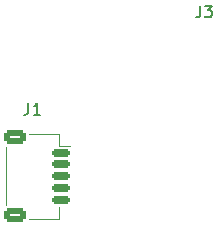
<source format=gto>
G04 #@! TF.GenerationSoftware,KiCad,Pcbnew,9.0.3*
G04 #@! TF.CreationDate,2025-08-26T17:27:59-07:00*
G04 #@! TF.ProjectId,battery_connector,62617474-6572-4795-9f63-6f6e6e656374,V1*
G04 #@! TF.SameCoordinates,Original*
G04 #@! TF.FileFunction,Legend,Top*
G04 #@! TF.FilePolarity,Positive*
%FSLAX45Y45*%
G04 Gerber Fmt 4.5, Leading zero omitted, Abs format (unit mm)*
G04 Created by KiCad (PCBNEW 9.0.3) date 2025-08-26 17:27:59*
%MOMM*%
%LPD*%
G01*
G04 APERTURE LIST*
G04 Aperture macros list*
%AMRoundRect*
0 Rectangle with rounded corners*
0 $1 Rounding radius*
0 $2 $3 $4 $5 $6 $7 $8 $9 X,Y pos of 4 corners*
0 Add a 4 corners polygon primitive as box body*
4,1,4,$2,$3,$4,$5,$6,$7,$8,$9,$2,$3,0*
0 Add four circle primitives for the rounded corners*
1,1,$1+$1,$2,$3*
1,1,$1+$1,$4,$5*
1,1,$1+$1,$6,$7*
1,1,$1+$1,$8,$9*
0 Add four rect primitives between the rounded corners*
20,1,$1+$1,$2,$3,$4,$5,0*
20,1,$1+$1,$4,$5,$6,$7,0*
20,1,$1+$1,$6,$7,$8,$9,0*
20,1,$1+$1,$8,$9,$2,$3,0*%
G04 Aperture macros list end*
%ADD10C,0.150000*%
%ADD11C,0.120000*%
%ADD12RoundRect,0.150000X-0.625000X0.150000X-0.625000X-0.150000X0.625000X-0.150000X0.625000X0.150000X0*%
%ADD13RoundRect,0.250000X-0.650000X0.350000X-0.650000X-0.350000X0.650000X-0.350000X0.650000X0.350000X0*%
%ADD14R,1.700000X1.700000*%
%ADD15C,1.700000*%
G04 APERTURE END LIST*
D10*
X1872249Y-3276982D02*
X1872249Y-3348410D01*
X1872249Y-3348410D02*
X1867487Y-3362696D01*
X1867487Y-3362696D02*
X1857964Y-3372220D01*
X1857964Y-3372220D02*
X1843678Y-3376982D01*
X1843678Y-3376982D02*
X1834154Y-3376982D01*
X1972249Y-3376982D02*
X1915106Y-3376982D01*
X1943678Y-3376982D02*
X1943678Y-3276982D01*
X1943678Y-3276982D02*
X1934154Y-3291268D01*
X1934154Y-3291268D02*
X1924630Y-3300791D01*
X1924630Y-3300791D02*
X1915106Y-3305553D01*
X3326667Y-2455482D02*
X3326667Y-2526910D01*
X3326667Y-2526910D02*
X3321905Y-2541196D01*
X3321905Y-2541196D02*
X3312381Y-2550720D01*
X3312381Y-2550720D02*
X3298095Y-2555482D01*
X3298095Y-2555482D02*
X3288571Y-2555482D01*
X3364762Y-2455482D02*
X3426667Y-2455482D01*
X3426667Y-2455482D02*
X3393333Y-2493577D01*
X3393333Y-2493577D02*
X3407619Y-2493577D01*
X3407619Y-2493577D02*
X3417143Y-2498339D01*
X3417143Y-2498339D02*
X3421905Y-2503101D01*
X3421905Y-2503101D02*
X3426667Y-2512625D01*
X3426667Y-2512625D02*
X3426667Y-2536434D01*
X3426667Y-2536434D02*
X3421905Y-2545958D01*
X3421905Y-2545958D02*
X3417143Y-2550720D01*
X3417143Y-2550720D02*
X3407619Y-2555482D01*
X3407619Y-2555482D02*
X3379048Y-2555482D01*
X3379048Y-2555482D02*
X3369524Y-2550720D01*
X3369524Y-2550720D02*
X3364762Y-2545958D01*
D11*
X1681500Y-3656000D02*
X1681500Y-4144000D01*
X1878500Y-3539000D02*
X2128500Y-3539000D01*
X1878500Y-4261000D02*
X2128500Y-4261000D01*
X2128500Y-3539000D02*
X2128500Y-3644000D01*
X2128500Y-3644000D02*
X2227500Y-3644000D01*
X2128500Y-4261000D02*
X2128500Y-4156000D01*
%LPC*%
D12*
X2150000Y-3700000D03*
X2150000Y-3800000D03*
X2150000Y-3900000D03*
X2150000Y-4000000D03*
X2150000Y-4100000D03*
D13*
X1762500Y-3570000D03*
X1762500Y-4230000D03*
D14*
X3361500Y-2757000D03*
D15*
X3361500Y-3011000D03*
X3361500Y-3265000D03*
X3361500Y-3519000D03*
X3361500Y-3773000D03*
X3361500Y-4027000D03*
X3361500Y-4281000D03*
X3361500Y-4535000D03*
X3361500Y-4789000D03*
X3361500Y-5043000D03*
%LPD*%
M02*

</source>
